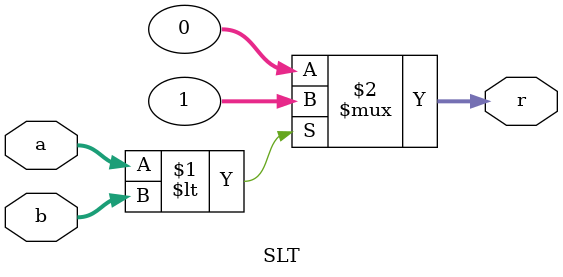
<source format=v>
`timescale 1ns / 1ns
module SLT(
    input signed [31:0] a,
    input signed [31:0] b,
    output signed [31:0] r
    );
    assign r=(a<b)? 1:0;
endmodule
</source>
